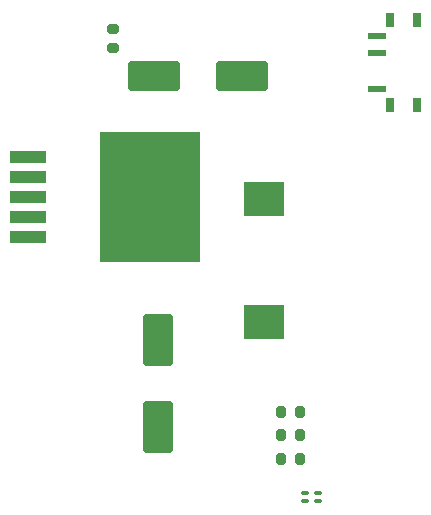
<source format=gbr>
%TF.GenerationSoftware,KiCad,Pcbnew,7.0.2*%
%TF.CreationDate,2023-07-06T19:43:42-07:00*%
%TF.ProjectId,chronos-polaris-hardware,6368726f-6e6f-4732-9d70-6f6c61726973,rev?*%
%TF.SameCoordinates,Original*%
%TF.FileFunction,Paste,Top*%
%TF.FilePolarity,Positive*%
%FSLAX46Y46*%
G04 Gerber Fmt 4.6, Leading zero omitted, Abs format (unit mm)*
G04 Created by KiCad (PCBNEW 7.0.2) date 2023-07-06 19:43:42*
%MOMM*%
%LPD*%
G01*
G04 APERTURE LIST*
G04 Aperture macros list*
%AMRoundRect*
0 Rectangle with rounded corners*
0 $1 Rounding radius*
0 $2 $3 $4 $5 $6 $7 $8 $9 X,Y pos of 4 corners*
0 Add a 4 corners polygon primitive as box body*
4,1,4,$2,$3,$4,$5,$6,$7,$8,$9,$2,$3,0*
0 Add four circle primitives for the rounded corners*
1,1,$1+$1,$2,$3*
1,1,$1+$1,$4,$5*
1,1,$1+$1,$6,$7*
1,1,$1+$1,$8,$9*
0 Add four rect primitives between the rounded corners*
20,1,$1+$1,$2,$3,$4,$5,0*
20,1,$1+$1,$4,$5,$6,$7,0*
20,1,$1+$1,$6,$7,$8,$9,0*
20,1,$1+$1,$8,$9,$2,$3,0*%
G04 Aperture macros list end*
%ADD10R,3.082830X1.019990*%
%ADD11R,8.500000X11.000000*%
%ADD12O,0.686995X0.364008*%
%ADD13RoundRect,0.200000X-0.200000X-0.275000X0.200000X-0.275000X0.200000X0.275000X-0.200000X0.275000X0*%
%ADD14R,1.524003X0.600000*%
%ADD15R,0.700000X1.200000*%
%ADD16RoundRect,0.250000X-1.000000X1.950000X-1.000000X-1.950000X1.000000X-1.950000X1.000000X1.950000X0*%
%ADD17RoundRect,0.250000X-1.950000X-1.000000X1.950000X-1.000000X1.950000X1.000000X-1.950000X1.000000X0*%
%ADD18RoundRect,0.200000X0.275000X-0.200000X0.275000X0.200000X-0.275000X0.200000X-0.275000X-0.200000X0*%
%ADD19R,3.500000X2.924003*%
G04 APERTURE END LIST*
D10*
%TO.C,U6*%
X103040132Y-119599949D03*
X103040132Y-121299975D03*
X103040132Y-123000000D03*
X103040132Y-124700025D03*
X103040132Y-126400051D03*
D11*
X113359893Y-123000000D03*
%TD*%
D12*
%TO.C,U14*%
X127518415Y-148724994D03*
X127518415Y-148075006D03*
X126481585Y-148075006D03*
X126481585Y-148724994D03*
%TD*%
D13*
%TO.C,R10*%
X124400000Y-143200000D03*
X126050000Y-143200000D03*
%TD*%
%TO.C,R11*%
X124400000Y-145200000D03*
X126050000Y-145200000D03*
%TD*%
D14*
%TO.C,U10*%
X132549810Y-113849936D03*
X132549810Y-110849936D03*
X132549810Y-109349809D03*
D15*
X133649886Y-115199949D03*
X135949860Y-115199949D03*
X135949860Y-108000051D03*
X133649886Y-108000051D03*
%TD*%
D16*
%TO.C,C4*%
X114000000Y-135100000D03*
X114000000Y-142500000D03*
%TD*%
D13*
%TO.C,R9*%
X124400000Y-141200000D03*
X126050000Y-141200000D03*
%TD*%
D17*
%TO.C,C3*%
X113700000Y-112800000D03*
X121100000Y-112800000D03*
%TD*%
D18*
%TO.C,R4*%
X110200000Y-110425000D03*
X110200000Y-108775000D03*
%TD*%
D19*
%TO.C,L2*%
X123000000Y-123219660D03*
X123000000Y-133580340D03*
%TD*%
M02*

</source>
